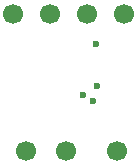
<source format=gbs>
G04 #@! TF.GenerationSoftware,KiCad,Pcbnew,(6.0.1)*
G04 #@! TF.CreationDate,2022-05-17T23:19:48+03:00*
G04 #@! TF.ProjectId,hellen1test,68656c6c-656e-4317-9465-73742e6b6963,b*
G04 #@! TF.SameCoordinates,PX141f5e0PYa2cace0*
G04 #@! TF.FileFunction,Soldermask,Bot*
G04 #@! TF.FilePolarity,Negative*
%FSLAX46Y46*%
G04 Gerber Fmt 4.6, Leading zero omitted, Abs format (unit mm)*
G04 Created by KiCad (PCBNEW (6.0.1)) date 2022-05-17 23:19:48*
%MOMM*%
%LPD*%
G01*
G04 APERTURE LIST*
%ADD10C,1.700000*%
%ADD11C,0.599999*%
G04 APERTURE END LIST*
D10*
G04 #@! TO.C,P7*
X6200000Y1800000D03*
G04 #@! TD*
G04 #@! TO.C,P2*
X1760000Y13400000D03*
G04 #@! TD*
G04 #@! TO.C,P1*
X11100000Y13400000D03*
G04 #@! TD*
D11*
G04 #@! TO.C,M1*
X8537499Y6056662D03*
X7662497Y6581662D03*
X8837501Y7331660D03*
X8762498Y10881661D03*
G04 #@! TD*
D10*
G04 #@! TO.C,P6*
X2800000Y1800000D03*
G04 #@! TD*
G04 #@! TO.C,P3*
X4900000Y13400000D03*
G04 #@! TD*
G04 #@! TO.C,P5*
X10500000Y1800000D03*
G04 #@! TD*
G04 #@! TO.C,P4*
X8000000Y13400000D03*
G04 #@! TD*
M02*

</source>
